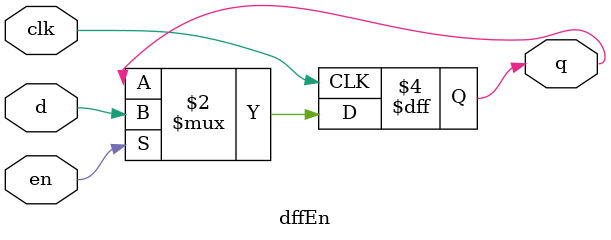
<source format=v>
`timescale 1ns / 1ps

module dffEn(
    input wire d,
    input wire en,
    input wire clk,
    output reg q
    );
    
    always @(posedge clk) begin
        if(en) begin
            q <= d;
        end
    end
endmodule

</source>
